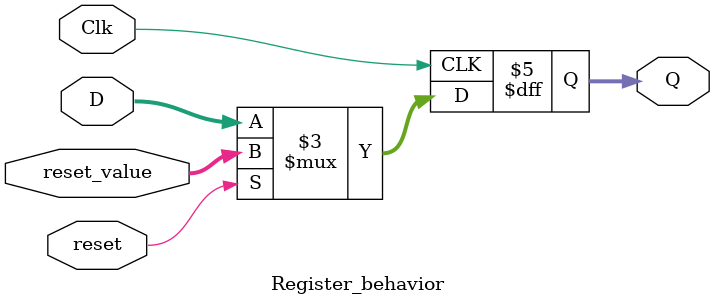
<source format=v>
`timescale 1ns / 1ps


module Register_behavior
#(parameter DATA_WIDTH = 8)
    (
    input Clk,
    input [(DATA_WIDTH - 1):0] D,
    input reset,
    input [(DATA_WIDTH - 1):0] reset_value,
    output reg [(DATA_WIDTH - 1):0] Q
    );
    
    always @(posedge Clk) begin
        if (reset) Q <= reset_value;
        else Q <= D;
    end
endmodule

</source>
